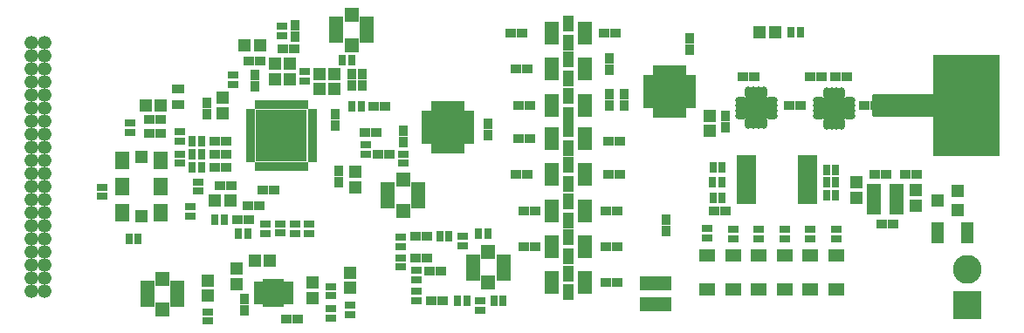
<source format=gts>
G04 #@! TF.FileFunction,Soldermask,Top*
%FSLAX46Y46*%
G04 Gerber Fmt 4.6, Leading zero omitted, Abs format (unit mm)*
G04 Created by KiCad (PCBNEW 4.0.4-stable) date Tue Sep 20 22:55:43 2016*
%MOMM*%
%LPD*%
G01*
G04 APERTURE LIST*
%ADD10C,0.100000*%
%ADD11R,1.000000X0.800000*%
%ADD12R,1.197560X1.197560*%
%ADD13R,1.200000X1.150000*%
%ADD14R,1.150000X1.200000*%
%ADD15R,1.000000X0.900000*%
%ADD16R,0.900000X1.000000*%
%ADD17R,1.620000X1.310000*%
%ADD18R,1.440000X2.200000*%
%ADD19R,1.010000X1.645000*%
%ADD20R,1.300000X0.900000*%
%ADD21C,2.800000*%
%ADD22R,2.800000X2.800000*%
%ADD23R,0.800000X1.000000*%
%ADD24R,1.400000X1.400000*%
%ADD25R,1.450000X2.600000*%
%ADD26R,0.900000X0.700000*%
%ADD27R,0.700000X0.900000*%
%ADD28R,1.550000X1.550000*%
%ADD29R,0.700000X1.250000*%
%ADD30R,1.250000X0.700000*%
%ADD31R,1.700000X1.700000*%
%ADD32R,1.460000X1.050000*%
%ADD33O,1.150000X0.700000*%
%ADD34O,0.700000X1.150000*%
%ADD35R,1.300000X1.300000*%
%ADD36R,1.850000X0.850000*%
%ADD37R,1.400000X1.800000*%
%ADD38R,1.200000X1.200000*%
%ADD39R,1.100000X0.650000*%
%ADD40R,1.230000X1.590000*%
%ADD41R,1.300000X2.100000*%
%ADD42C,1.325000*%
%ADD43R,1.200100X1.200100*%
%ADD44R,1.010000X1.470000*%
%ADD45R,6.400000X1.400000*%
%ADD46R,6.400000X4.400000*%
%ADD47C,0.254000*%
G04 APERTURE END LIST*
D10*
D11*
X181300000Y-114550000D03*
X181300000Y-115450000D03*
D12*
X181300000Y-111501400D03*
X181300000Y-113000000D03*
D13*
X186350000Y-88700000D03*
X184850000Y-88700000D03*
X183500000Y-103750000D03*
X182000000Y-103750000D03*
D14*
X195600000Y-100950000D03*
X195600000Y-102450000D03*
D15*
X183050000Y-98000000D03*
X181950000Y-98000000D03*
X181950000Y-99250000D03*
X183050000Y-99250000D03*
D14*
X182750000Y-95250000D03*
X182750000Y-93750000D03*
D16*
X181250000Y-94250000D03*
X181250000Y-95350000D03*
D15*
X181950000Y-100500000D03*
X183050000Y-100500000D03*
X185300000Y-105600000D03*
X184200000Y-105600000D03*
X182450000Y-102300000D03*
X183550000Y-102300000D03*
X185200000Y-104250000D03*
X186300000Y-104250000D03*
X186350000Y-90200000D03*
X185250000Y-90200000D03*
D16*
X185900000Y-91600000D03*
X185900000Y-92700000D03*
D15*
X186650000Y-102750000D03*
X187750000Y-102750000D03*
D14*
X187800000Y-91950000D03*
X187800000Y-90450000D03*
X189300000Y-91950000D03*
X189300000Y-90450000D03*
D16*
X189750000Y-87850000D03*
X189750000Y-86750000D03*
D15*
X189650000Y-89000000D03*
X188550000Y-89000000D03*
D16*
X194000000Y-100850000D03*
X194000000Y-101950000D03*
D14*
X192100000Y-92950000D03*
X192100000Y-91450000D03*
X193600000Y-92950000D03*
X193600000Y-91450000D03*
D16*
X193700000Y-95350000D03*
X193700000Y-96450000D03*
D15*
X203950000Y-110600000D03*
X202850000Y-110600000D03*
X202550000Y-109300000D03*
X201450000Y-109300000D03*
X202550000Y-107250000D03*
X201450000Y-107250000D03*
X204100000Y-113500000D03*
X203000000Y-113500000D03*
X197650000Y-97150000D03*
X196550000Y-97150000D03*
X198500000Y-94600000D03*
X197400000Y-94600000D03*
D16*
X195250000Y-91450000D03*
X195250000Y-92550000D03*
X196250000Y-91450000D03*
X196250000Y-92550000D03*
D15*
X198950000Y-99300000D03*
X197850000Y-99300000D03*
D16*
X200250000Y-98100000D03*
X200250000Y-97000000D03*
X221700000Y-94550000D03*
X221700000Y-93450000D03*
D15*
X213050000Y-108250000D03*
X211950000Y-108250000D03*
X213050000Y-104750000D03*
X211950000Y-104750000D03*
X212250000Y-101250000D03*
X211150000Y-101250000D03*
X212550000Y-97750000D03*
X211450000Y-97750000D03*
X212550000Y-94500000D03*
X211450000Y-94500000D03*
X212300000Y-91000000D03*
X211200000Y-91000000D03*
X211750000Y-87500000D03*
X210650000Y-87500000D03*
D16*
X228000000Y-89100000D03*
X228000000Y-88000000D03*
D15*
X221050000Y-108250000D03*
X219950000Y-108250000D03*
X221000000Y-104750000D03*
X219900000Y-104750000D03*
X221250000Y-101250000D03*
X220150000Y-101250000D03*
X221300000Y-98000000D03*
X220200000Y-98000000D03*
D16*
X220250000Y-93450000D03*
X220250000Y-94550000D03*
X220250000Y-89950000D03*
X220250000Y-91050000D03*
D15*
X220800000Y-87500000D03*
X219700000Y-87500000D03*
X234300000Y-91750000D03*
X233200000Y-91750000D03*
X247050000Y-101250000D03*
X245950000Y-101250000D03*
X250050000Y-101250000D03*
X248950000Y-101250000D03*
D14*
X250000000Y-102750000D03*
X250000000Y-104250000D03*
X244250000Y-103500000D03*
X244250000Y-102000000D03*
D15*
X247750000Y-106000000D03*
X246650000Y-106000000D03*
X238800000Y-94500000D03*
X237700000Y-94500000D03*
X239700000Y-91750000D03*
X240800000Y-91750000D03*
X243300000Y-91750000D03*
X242200000Y-91750000D03*
X246050000Y-94550000D03*
X244950000Y-94550000D03*
X230450000Y-104750000D03*
X231550000Y-104750000D03*
D16*
X225750000Y-106750000D03*
X225750000Y-105650000D03*
X231500000Y-95500000D03*
X231500000Y-96600000D03*
D14*
X230000000Y-95500000D03*
X230000000Y-97000000D03*
D15*
X221050000Y-111750000D03*
X219950000Y-111750000D03*
X176750000Y-97200000D03*
X175650000Y-97200000D03*
X176750000Y-95900000D03*
X175650000Y-95900000D03*
D13*
X176750000Y-94500000D03*
X175250000Y-94500000D03*
D12*
X195100000Y-110750700D03*
X195100000Y-112249300D03*
D17*
X229750000Y-112385000D03*
X229750000Y-109115000D03*
X232250000Y-112385000D03*
X232250000Y-109115000D03*
X234750000Y-112385000D03*
X234750000Y-109115000D03*
X242250000Y-112385000D03*
X242250000Y-109115000D03*
X239750000Y-112385000D03*
X239750000Y-109115000D03*
X237250000Y-112385000D03*
X237250000Y-109115000D03*
D12*
X234850700Y-87400000D03*
X236349300Y-87400000D03*
D18*
X214625000Y-108250000D03*
X217875000Y-108250000D03*
D19*
X216250000Y-109177500D03*
X216250000Y-107322500D03*
D18*
X214625000Y-104750000D03*
X217875000Y-104750000D03*
D19*
X216250000Y-105677500D03*
X216250000Y-103822500D03*
D18*
X214625000Y-101250000D03*
X217875000Y-101250000D03*
D19*
X216250000Y-102177500D03*
X216250000Y-100322500D03*
D18*
X214625000Y-97750000D03*
X217875000Y-97750000D03*
D19*
X216250000Y-98677500D03*
X216250000Y-96822500D03*
D18*
X214625000Y-94500000D03*
X217875000Y-94500000D03*
D19*
X216250000Y-95427500D03*
X216250000Y-93572500D03*
D18*
X214625000Y-91000000D03*
X217875000Y-91000000D03*
D19*
X216250000Y-91927500D03*
X216250000Y-90072500D03*
D18*
X214625000Y-87500000D03*
X217875000Y-87500000D03*
D19*
X216250000Y-88427500D03*
X216250000Y-86572500D03*
D18*
X214625000Y-111750000D03*
X217875000Y-111750000D03*
D19*
X216250000Y-112677500D03*
X216250000Y-110822500D03*
D11*
X200000000Y-107300000D03*
X200000000Y-108200000D03*
X201500000Y-112550000D03*
X201500000Y-113450000D03*
D20*
X178400000Y-92950000D03*
X178400000Y-94450000D03*
D21*
X254950000Y-110450000D03*
D22*
X254950000Y-113950000D03*
D11*
X179600000Y-105250000D03*
X179600000Y-104350000D03*
X178600000Y-100150000D03*
X178600000Y-99250000D03*
D23*
X179800000Y-100550000D03*
X180700000Y-100550000D03*
D11*
X180400000Y-101950000D03*
X180400000Y-102850000D03*
X178600000Y-98000000D03*
X178600000Y-97100000D03*
D23*
X180700000Y-98000000D03*
X179800000Y-98000000D03*
X180700000Y-99250000D03*
X179800000Y-99250000D03*
D11*
X195100000Y-114850000D03*
X195100000Y-113950000D03*
D23*
X182000000Y-105600000D03*
X182900000Y-105600000D03*
X185200000Y-107000000D03*
X184300000Y-107000000D03*
D11*
X188500000Y-86850000D03*
X188500000Y-87750000D03*
X183800000Y-91550000D03*
X183800000Y-92450000D03*
X191100000Y-106050000D03*
X191100000Y-106950000D03*
X189750000Y-106050000D03*
X189750000Y-106950000D03*
X188300000Y-106000000D03*
X188300000Y-106900000D03*
X186900000Y-106050000D03*
X186900000Y-106950000D03*
X190700000Y-91250000D03*
X190700000Y-92150000D03*
D23*
X196200000Y-94650000D03*
X195300000Y-94650000D03*
D11*
X196600000Y-99250000D03*
X196600000Y-98350000D03*
D23*
X203800000Y-107250000D03*
X204700000Y-107250000D03*
X205550000Y-113500000D03*
X206450000Y-113500000D03*
D11*
X206000000Y-108150000D03*
X206000000Y-107250000D03*
X207750000Y-114400000D03*
X207750000Y-113500000D03*
D23*
X207550000Y-107000000D03*
X208450000Y-107000000D03*
X209050000Y-113500000D03*
X209950000Y-113500000D03*
X194350000Y-90100000D03*
X195250000Y-90100000D03*
D11*
X229750000Y-107400000D03*
X229750000Y-106500000D03*
X232250000Y-107450000D03*
X232250000Y-106550000D03*
X234750000Y-107450000D03*
X234750000Y-106550000D03*
D23*
X231200000Y-100500000D03*
X230300000Y-100500000D03*
X231150000Y-102000000D03*
X230250000Y-102000000D03*
X231200000Y-103500000D03*
X230300000Y-103500000D03*
X242200000Y-100750000D03*
X241300000Y-100750000D03*
X242200000Y-102000000D03*
X241300000Y-102000000D03*
X242200000Y-103250000D03*
X241300000Y-103250000D03*
D11*
X237250000Y-107450000D03*
X237250000Y-106550000D03*
X239750000Y-107450000D03*
X239750000Y-106550000D03*
X242250000Y-107450000D03*
X242250000Y-106550000D03*
X171100000Y-102450000D03*
X171100000Y-103350000D03*
X173800000Y-96250000D03*
X173800000Y-97150000D03*
D23*
X173650000Y-107500000D03*
X174550000Y-107500000D03*
X237850000Y-87400000D03*
X238750000Y-87400000D03*
D24*
X176900000Y-111350000D03*
D25*
X178375000Y-112850000D03*
X175425000Y-112850000D03*
D24*
X176900000Y-114350000D03*
D26*
X185425000Y-95175000D03*
X185425000Y-95675000D03*
X185425000Y-96175000D03*
X185425000Y-96675000D03*
X185425000Y-97175000D03*
X185425000Y-97675000D03*
X185425000Y-98175000D03*
X185425000Y-98675000D03*
X185425000Y-99175000D03*
X185425000Y-99675000D03*
D27*
X186175000Y-100425000D03*
X186675000Y-100425000D03*
X187175000Y-100425000D03*
X187675000Y-100425000D03*
X188175000Y-100425000D03*
X188675000Y-100425000D03*
X189175000Y-100425000D03*
X189675000Y-100425000D03*
X190175000Y-100425000D03*
X190675000Y-100425000D03*
D26*
X191425000Y-99675000D03*
X191425000Y-99175000D03*
X191425000Y-98675000D03*
X191425000Y-98175000D03*
X191425000Y-97675000D03*
X191425000Y-97175000D03*
X191425000Y-96675000D03*
X191425000Y-96175000D03*
X191425000Y-95675000D03*
X191425000Y-95175000D03*
D27*
X190675000Y-94425000D03*
X190175000Y-94425000D03*
X189675000Y-94425000D03*
X189175000Y-94425000D03*
X188675000Y-94425000D03*
X188175000Y-94425000D03*
X187675000Y-94425000D03*
X187175000Y-94425000D03*
X186675000Y-94425000D03*
X186175000Y-94425000D03*
D28*
X190150000Y-99150000D03*
X190150000Y-98000000D03*
X190150000Y-96850000D03*
X190150000Y-95700000D03*
X189000000Y-99150000D03*
X189000000Y-98000000D03*
X189000000Y-96850000D03*
X189000000Y-95700000D03*
X187850000Y-99150000D03*
X187850000Y-98000000D03*
X187850000Y-96850000D03*
X187850000Y-95700000D03*
X186700000Y-99150000D03*
X186700000Y-98000000D03*
X186700000Y-96850000D03*
X186700000Y-95700000D03*
D24*
X208500000Y-108750000D03*
D25*
X209975000Y-110250000D03*
X207025000Y-110250000D03*
D24*
X208500000Y-111750000D03*
X195250000Y-88700000D03*
D25*
X193775000Y-87200000D03*
X196725000Y-87200000D03*
D24*
X195250000Y-85700000D03*
D29*
X203350000Y-98600000D03*
X203850000Y-98600000D03*
X204350000Y-98600000D03*
X204850000Y-98600000D03*
X205350000Y-98600000D03*
X205850000Y-98600000D03*
D30*
X206550000Y-97900000D03*
X206550000Y-97400000D03*
X206550000Y-96900000D03*
X206550000Y-96400000D03*
X206550000Y-95900000D03*
X206550000Y-95400000D03*
D29*
X205850000Y-94700000D03*
X205350000Y-94700000D03*
X204850000Y-94700000D03*
X204350000Y-94700000D03*
X203850000Y-94700000D03*
X203350000Y-94700000D03*
D30*
X202650000Y-95400000D03*
X202650000Y-95900000D03*
X202650000Y-96400000D03*
X202650000Y-96900000D03*
X202650000Y-97400000D03*
X202650000Y-97900000D03*
D31*
X205250000Y-96000000D03*
X203950000Y-96000000D03*
X205250000Y-97300000D03*
X203950000Y-97300000D03*
D29*
X227350000Y-91200000D03*
X226850000Y-91200000D03*
X226350000Y-91200000D03*
X225850000Y-91200000D03*
X225350000Y-91200000D03*
X224850000Y-91200000D03*
D30*
X224150000Y-91900000D03*
X224150000Y-92400000D03*
X224150000Y-92900000D03*
X224150000Y-93400000D03*
X224150000Y-93900000D03*
X224150000Y-94400000D03*
D29*
X224850000Y-95100000D03*
X225350000Y-95100000D03*
X225850000Y-95100000D03*
X226350000Y-95100000D03*
X226850000Y-95100000D03*
X227350000Y-95100000D03*
D30*
X228050000Y-94400000D03*
X228050000Y-93900000D03*
X228050000Y-93400000D03*
X228050000Y-92900000D03*
X228050000Y-92400000D03*
X228050000Y-91900000D03*
D31*
X225450000Y-93800000D03*
X226750000Y-93800000D03*
X225450000Y-92500000D03*
X226750000Y-92500000D03*
D32*
X245900000Y-102690000D03*
X245900000Y-103640000D03*
X245900000Y-104590000D03*
X248100000Y-104590000D03*
X248100000Y-102690000D03*
X248100000Y-103640000D03*
D33*
X240575000Y-94050000D03*
X240575000Y-94550000D03*
X240575000Y-95050000D03*
X240575000Y-95550000D03*
D34*
X241300000Y-96275000D03*
X241800000Y-96275000D03*
X242300000Y-96275000D03*
X242800000Y-96275000D03*
D33*
X243525000Y-95550000D03*
X243525000Y-95050000D03*
X243525000Y-94550000D03*
X243525000Y-94050000D03*
D34*
X242800000Y-93325000D03*
X242300000Y-93325000D03*
X241800000Y-93325000D03*
X241300000Y-93325000D03*
D35*
X242500000Y-95250000D03*
X242500000Y-94350000D03*
X241600000Y-95250000D03*
X241600000Y-94350000D03*
D36*
X233550000Y-99800000D03*
X233550000Y-100450000D03*
X233550000Y-101100000D03*
X233550000Y-101750000D03*
X233550000Y-102400000D03*
X233550000Y-103050000D03*
X233550000Y-103700000D03*
X239450000Y-103700000D03*
X239450000Y-103050000D03*
X239450000Y-102400000D03*
X239450000Y-101750000D03*
X239450000Y-101100000D03*
X239450000Y-100450000D03*
X239450000Y-99800000D03*
D34*
X233750000Y-96225000D03*
X234250000Y-96225000D03*
X234750000Y-96225000D03*
X235250000Y-96225000D03*
D33*
X235975000Y-95500000D03*
X235975000Y-95000000D03*
X235975000Y-94500000D03*
X235975000Y-94000000D03*
D34*
X235250000Y-93275000D03*
X234750000Y-93275000D03*
X234250000Y-93275000D03*
X233750000Y-93275000D03*
D33*
X233025000Y-94000000D03*
X233025000Y-94500000D03*
X233025000Y-95000000D03*
X233025000Y-95500000D03*
D35*
X234950000Y-94300000D03*
X234050000Y-94300000D03*
X234950000Y-95200000D03*
X234050000Y-95200000D03*
D37*
X173000000Y-99860000D03*
X173000000Y-102400000D03*
X173000000Y-104940000D03*
X176700000Y-104940000D03*
X176700000Y-102400000D03*
X176700000Y-99860000D03*
D38*
X174850000Y-99535000D03*
X174850000Y-105265000D03*
D14*
X191500000Y-113250000D03*
X191500000Y-111750000D03*
D15*
X188900000Y-115300000D03*
X190000000Y-115300000D03*
D16*
X184900000Y-114400000D03*
X184900000Y-113300000D03*
D13*
X187350000Y-109600000D03*
X185850000Y-109600000D03*
D14*
X184100000Y-110350000D03*
X184100000Y-111850000D03*
D39*
X186285000Y-111955000D03*
X186285000Y-112455000D03*
X186285000Y-112955000D03*
X186285000Y-113455000D03*
X189085000Y-113455000D03*
X189085000Y-112955000D03*
X189085000Y-112455000D03*
X189085000Y-111955000D03*
D40*
X188100000Y-113300000D03*
X188100000Y-112110000D03*
X187270000Y-113300000D03*
X187270000Y-112110000D03*
D41*
X252100000Y-106900000D03*
X255000000Y-106900000D03*
D16*
X208500000Y-96300000D03*
X208500000Y-97400000D03*
D42*
X164180000Y-88450000D03*
X165450000Y-88450000D03*
X164180000Y-89720000D03*
X165450000Y-89720000D03*
X164180000Y-90990000D03*
X165450000Y-90990000D03*
X164180000Y-92260000D03*
X165450000Y-92260000D03*
X164180000Y-93530000D03*
X165450000Y-93530000D03*
X164180000Y-94800000D03*
X165450000Y-94800000D03*
X164180000Y-96070000D03*
X165450000Y-96070000D03*
X164180000Y-97340000D03*
X165450000Y-97340000D03*
X164180000Y-98610000D03*
X165450000Y-98610000D03*
X164180000Y-99880000D03*
X165450000Y-99880000D03*
X164180000Y-101150000D03*
X165450000Y-101150000D03*
X164180000Y-102420000D03*
X165450000Y-102420000D03*
X164180000Y-103690000D03*
X165450000Y-103690000D03*
X164180000Y-104960000D03*
X165450000Y-104960000D03*
X164180000Y-106230000D03*
X165450000Y-106230000D03*
X164180000Y-107500000D03*
X165450000Y-107500000D03*
X164180000Y-108770000D03*
X165450000Y-108770000D03*
X164180000Y-110040000D03*
X165450000Y-110040000D03*
X164180000Y-111310000D03*
X165450000Y-111310000D03*
X164180000Y-112580000D03*
X165450000Y-112580000D03*
D43*
X254050760Y-104700000D03*
X254050760Y-102800000D03*
X252051780Y-103750000D03*
D44*
X225740000Y-113825000D03*
X223760000Y-113825000D03*
X224750000Y-113825000D03*
X225740000Y-111775000D03*
X224750000Y-111775000D03*
X223760000Y-111775000D03*
D11*
X200000000Y-110200000D03*
X200000000Y-109300000D03*
X201500000Y-111450000D03*
X201500000Y-110550000D03*
X200250000Y-99250000D03*
X200250000Y-100150000D03*
X193200000Y-114250000D03*
X193200000Y-115150000D03*
X193200000Y-113000000D03*
X193200000Y-112100000D03*
D24*
X200250000Y-101750000D03*
D25*
X201725000Y-103250000D03*
X198775000Y-103250000D03*
D24*
X200250000Y-104750000D03*
D45*
X254900000Y-94500000D03*
D46*
X254900000Y-91800000D03*
X254900000Y-97200000D03*
D47*
G36*
X257914215Y-95522451D02*
X245777000Y-95473511D01*
X245777000Y-93527000D01*
X257781184Y-93527000D01*
X257914215Y-95522451D01*
X257914215Y-95522451D01*
G37*
X257914215Y-95522451D02*
X245777000Y-95473511D01*
X245777000Y-93527000D01*
X257781184Y-93527000D01*
X257914215Y-95522451D01*
M02*

</source>
